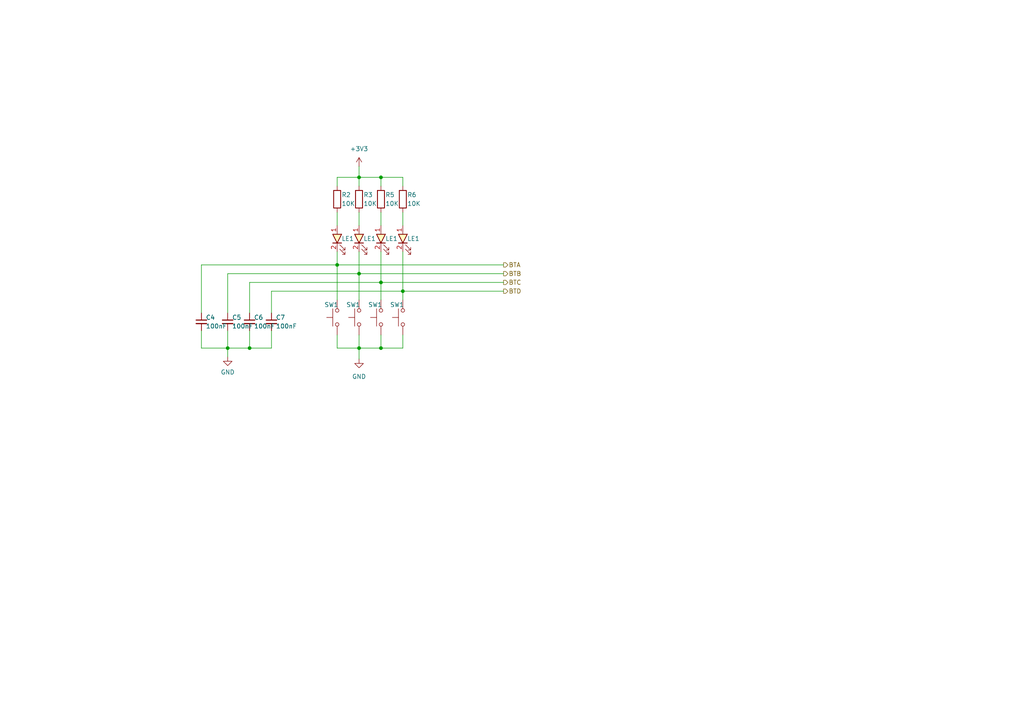
<source format=kicad_sch>
(kicad_sch (version 20230121) (generator eeschema)
  (paper "A4")
  (lib_symbols
    (symbol "Device:R" (pin_numbers hide) (pin_names (offset 0))
      (property "Reference" "R" (at 2.032 0 90))
      (property "Value" "R" (at 0 0 90))
      (symbol "R_0_1"
        (rectangle (start -1.016 -2.54) (end 1.016 2.54) (stroke (width 0.254)))
      )
      (symbol "R_1_1"
        (pin passive line (at 0 3.81 270) (length 1.27) (name "~") (number "1"))
        (pin passive line (at 0 -3.81 90) (length 1.27) (name "~") (number "2"))
      )
    )
    (symbol "IVS_SYMBOLS:C_Small" (pin_numbers hide) (pin_names (offset 0.254) hide)
      (property "Reference" "C" (at 0.254 1.778 0))
      (property "Value" "C_Small" (at 0.254 -2.032 0))
      (symbol "C_Small_0_1"
        (polyline (pts (xy -1.524 -0.508) (xy 1.524 -0.508)) (stroke (width 0.3302)))
        (polyline (pts (xy -1.524 0.508) (xy 1.524 0.508)) (stroke (width 0.3048)))
      )
      (symbol "C_Small_1_1"
        (pin passive line (at 0 2.54 270) (length 2.032) (name "~") (number "1"))
        (pin passive line (at 0 -2.54 90) (length 2.032) (name "~") (number "2"))
      )
    )
    (symbol "IVS_SYMBOLS:Led"
      (property "Reference" "LE" (at 0.508 -2.794 0))
      (property "Value" "Led" (at -0.254 2.794 0))
      (symbol "Led_0_1"
        (polyline (pts (xy 0 -1.27) (xy 0 1.27)) (stroke (width 0.254)))
        (polyline (pts (xy 2.54 -1.27) (xy 2.54 1.27) (xy 0 0) (xy 2.54 -1.27)) (stroke (width 0.254)) (fill (type background)))
        (polyline (pts (xy -1.778 -0.762) (xy -3.302 -2.286) (xy -2.54 -2.286) (xy -3.302 -2.286) (xy -3.302 -1.524)))
        (polyline (pts (xy -0.508 -0.762) (xy -2.032 -2.286) (xy -1.27 -2.286) (xy -2.032 -2.286) (xy -2.032 -1.524)))
      )
      (symbol "Led_1_1"
        (pin passive line (at 5.08 0 180) (length 2.54) (name "") (number "1"))
        (pin passive line (at -2.54 0 0) (length 2.54) (name "") (number "2"))
      )
    )
    (symbol "IVS_SYMBOLS:SW_Push" (pin_numbers hide) (pin_names (offset 1.016) hide)
      (property "Reference" "SW" (at 1.27 2.54 0))
      (property "Value" "SW_Push" (at 0 -1.524 0))
      (symbol "SW_Push_0_1"
        (circle (center -2.032 0) (radius 0.508))
        (polyline (pts (xy 0 1.27) (xy 0 3.048)))
        (polyline (pts (xy 2.54 1.27) (xy -2.54 1.27)))
        (circle (center 2.032 0) (radius 0.508))
        (pin passive line (at -5.08 0 0) (length 2.54) (name "1") (number "1"))
        (pin passive line (at 5.08 0 180) (length 2.54) (name "2") (number "2"))
      )
    )
    (symbol "power:+3V3" (power) (pin_names (offset 0))
      (property "Value" "+3V3" (at 0 3.556 0))
      (symbol "+3V3_0_1"
        (polyline (pts (xy -0.762 1.27) (xy 0 2.54)))
        (polyline (pts (xy 0 0) (xy 0 2.54)))
        (polyline (pts (xy 0 2.54) (xy 0.762 1.27)))
      )
      (symbol "+3V3_1_1"
        (pin power_in line (at 0 0 90) (length 0) hide (name "+3V3") (number "1"))
      )
    )
    (symbol "power:GND" (power) (pin_names (offset 0))
      (property "Value" "GND" (at 0 -3.81 0))
      (symbol "GND_0_1"
        (polyline (pts (xy 0 0) (xy 0 -1.27) (xy 1.27 -1.27) (xy 0 -2.54) (xy -1.27 -1.27) (xy 0 -1.27)))
      )
      (symbol "GND_1_1"
        (pin power_in line (at 0 0 270) (length 0) hide (name "GND") (number "1"))
      )
    )
  )
  (junction (at 97.79 76.835))
  (junction (at 66.04 100.965))
  (junction (at 110.49 51.435))
  (junction (at 104.14 51.435))
  (junction (at 104.14 79.375))
  (junction (at 116.84 84.455))
  (junction (at 72.39 100.965))
  (junction (at 110.49 100.965))
  (junction (at 110.49 81.915))
  (junction (at 104.14 100.965))
  (wire (pts (xy 116.84 97.155) (xy 116.84 100.965)))
  (wire (pts (xy 66.04 100.965) (xy 66.04 103.505)))
  (wire (pts (xy 110.49 100.965) (xy 116.84 100.965)))
  (wire (pts (xy 104.14 100.965) (xy 104.14 104.14)))
  (wire (pts (xy 78.74 84.455) (xy 116.84 84.455)))
  (wire (pts (xy 72.39 95.885) (xy 72.39 100.965)))
  (wire (pts (xy 58.42 76.835) (xy 58.42 90.805)))
  (wire (pts (xy 72.39 81.915) (xy 72.39 90.805)))
  (wire (pts (xy 116.84 61.595) (xy 116.84 65.405)))
  (wire (pts (xy 58.42 100.965) (xy 66.04 100.965)))
  (wire (pts (xy 97.79 61.595) (xy 97.79 65.405)))
  (wire (pts (xy 104.14 79.375) (xy 146.05 79.375)))
  (wire (pts (xy 110.49 97.155) (xy 110.49 100.965)))
  (wire (pts (xy 97.79 73.025) (xy 97.79 76.835)))
  (wire (pts (xy 104.14 100.965) (xy 110.49 100.965)))
  (wire (pts (xy 78.74 84.455) (xy 78.74 90.805)))
  (wire (pts (xy 97.79 76.835) (xy 97.79 86.995)))
  (wire (pts (xy 72.39 81.915) (xy 110.49 81.915)))
  (wire (pts (xy 66.04 95.885) (xy 66.04 100.965)))
  (wire (pts (xy 66.04 79.375) (xy 66.04 90.805)))
  (wire (pts (xy 110.49 51.435) (xy 104.14 51.435)))
  (wire (pts (xy 97.79 51.435) (xy 104.14 51.435)))
  (wire (pts (xy 104.14 51.435) (xy 104.14 53.975)))
  (wire (pts (xy 116.84 84.455) (xy 146.05 84.455)))
  (wire (pts (xy 97.79 100.965) (xy 104.14 100.965)))
  (wire (pts (xy 110.49 61.595) (xy 110.49 65.405)))
  (wire (pts (xy 104.14 97.155) (xy 104.14 100.965)))
  (wire (pts (xy 97.79 97.155) (xy 97.79 100.965)))
  (wire (pts (xy 110.49 81.915) (xy 146.05 81.915)))
  (wire (pts (xy 104.14 48.26) (xy 104.14 51.435)))
  (wire (pts (xy 104.14 61.595) (xy 104.14 65.405)))
  (wire (pts (xy 116.84 53.975) (xy 116.84 51.435)))
  (wire (pts (xy 58.42 76.835) (xy 97.79 76.835)))
  (wire (pts (xy 110.49 81.915) (xy 110.49 86.995)))
  (wire (pts (xy 97.79 76.835) (xy 146.05 76.835)))
  (wire (pts (xy 72.39 100.965) (xy 78.74 100.965)))
  (wire (pts (xy 110.49 73.025) (xy 110.49 81.915)))
  (wire (pts (xy 110.49 53.975) (xy 110.49 51.435)))
  (wire (pts (xy 116.84 51.435) (xy 110.49 51.435)))
  (wire (pts (xy 104.14 79.375) (xy 104.14 86.995)))
  (wire (pts (xy 104.14 73.025) (xy 104.14 79.375)))
  (wire (pts (xy 66.04 79.375) (xy 104.14 79.375)))
  (wire (pts (xy 116.84 73.025) (xy 116.84 84.455)))
  (wire (pts (xy 78.74 95.885) (xy 78.74 100.965)))
  (wire (pts (xy 116.84 84.455) (xy 116.84 86.995)))
  (wire (pts (xy 58.42 95.885) (xy 58.42 100.965)))
  (wire (pts (xy 97.79 53.975) (xy 97.79 51.435)))
  (wire (pts (xy 66.04 100.965) (xy 72.39 100.965)))
  (hierarchical_label "BTD" (shape output) (at 146.05 84.455 0))
  (hierarchical_label "BTB" (shape output) (at 146.05 79.375 0))
  (hierarchical_label "BTC" (shape output) (at 146.05 81.915 0))
  (hierarchical_label "BTA" (shape output) (at 146.05 76.835 0))
  (symbol (lib_id "IVS_SYMBOLS:SW_Push") (at 116.84 92.075 90) (unit 1)
    (property "Reference" "SW1" (at 113.1029 88.39 90) (effects (justify right)))
    (property "Value" "SW_Push" (effects hide))
    (property "Footprint" "SW_PUSH-12mm-Omron:12x12mm_Omron" (effects hide))
    (instances (project "Node_Vote" (path "" (reference "SW1") (unit 1)) (path "" (reference "SW4") (unit 1))))
  )
  (symbol (lib_id "IVS_SYMBOLS:C_Small") (at 78.74 93.345 0) (unit 1)
    (property "Reference" "C7" (at 80.01 92.075 0) (effects (justify left)))
    (property "Value" "100nF" (at 80.01 94.615 0) (effects (justify left)))
    (property "Footprint" "IVS_FOOTPRINTS:C_0603" (effects hide))
  )
  (symbol (lib_id "IVS_SYMBOLS:Led") (at 110.49 70.485 90) (unit 1)
    (property "Reference" "LE1" (at 111.76 69.215 90) (effects (justify right)))
    (property "Value" "GREEN" (effects hide))
    (property "Footprint" "IVS_FOOTPRINTS:LED_D3.0mm_Red" (effects hide))
    (instances (project "Node_Vote" (path "" (reference "LE1") (unit 1)) (path "" (reference "LE3") (unit 1))))
  )
  (symbol (lib_id "IVS_SYMBOLS:C_Small") (at 72.39 93.345 0) (unit 1)
    (property "Reference" "C6" (at 73.66 92.075 0) (effects (justify left)))
    (property "Value" "100nF" (at 73.66 94.615 0) (effects (justify left)))
    (property "Footprint" "IVS_FOOTPRINTS:C_0603" (effects hide))
  )
  (symbol (lib_id "IVS_SYMBOLS:Led") (at 104.14 70.485 90) (unit 1)
    (property "Reference" "LE1" (at 105.41 69.215 90) (effects (justify right)))
    (property "Value" "GREEN" (effects hide))
    (property "Footprint" "IVS_FOOTPRINTS:LED_D3.0mm_Red" (effects hide))
    (instances (project "Node_Vote" (path "" (reference "LE1") (unit 1)) (path "" (reference "LE2") (unit 1))))
  )
  (symbol (lib_id "IVS_SYMBOLS:C_Small") (at 58.42 93.345 0) (unit 1)
    (property "Reference" "C4" (at 59.69 92.075 0) (effects (justify left)))
    (property "Value" "100nF" (at 59.69 94.615 0) (effects (justify left)))
    (property "Footprint" "IVS_FOOTPRINTS:C_0603" (effects hide))
  )
  (symbol (lib_id "Device:R") (at 110.49 57.785 0) (unit 1)
    (property "Reference" "R5" (at 111.76 56.515 0) (effects (justify left)))
    (property "Value" "10K" (at 111.76 59.055 0) (effects (justify left)))
    (property "Footprint" "IVS_FOOTPRINTS:R_0603" (effects hide))
  )
  (symbol (lib_id "IVS_SYMBOLS:SW_Push") (at 104.14 92.075 90) (unit 1)
    (property "Reference" "SW1" (at 100.4029 88.39 90) (effects (justify right)))
    (property "Value" "SW_Push" (effects hide))
    (property "Footprint" "SW_PUSH-12mm-Omron:12x12mm_Omron" (effects hide))
    (instances (project "Node_Vote" (path "" (reference "SW1") (unit 1)) (path "" (reference "SW2") (unit 1))))
  )
  (symbol (lib_id "IVS_SYMBOLS:C_Small") (at 66.04 93.345 0) (unit 1)
    (property "Reference" "C5" (at 67.31 92.075 0) (effects (justify left)))
    (property "Value" "100nF" (at 67.31 94.615 0) (effects (justify left)))
    (property "Footprint" "IVS_FOOTPRINTS:C_0603" (effects hide))
  )
  (symbol (lib_id "Device:R") (at 97.79 57.785 0) (unit 1)
    (property "Reference" "R2" (at 99.06 56.515 0) (effects (justify left)))
    (property "Value" "10K" (at 99.06 59.055 0) (effects (justify left)))
    (property "Footprint" "IVS_FOOTPRINTS:R_0603" (effects hide))
  )
  (symbol (lib_id "power:+3V3") (at 104.14 48.26 0) (unit 1)
    (property "Reference" "#PWR015" (effects hide))
    (property "Value" "+3V3" (at 104.14 43.18 0))
  )
  (symbol (lib_id "IVS_SYMBOLS:SW_Push") (at 110.49 92.075 90) (unit 1)
    (property "Reference" "SW1" (at 106.7529 88.39 90) (effects (justify right)))
    (property "Value" "SW_Push" (effects hide))
    (property "Footprint" "SW_PUSH-12mm-Omron:12x12mm_Omron" (effects hide))
    (instances (project "Node_Vote" (path "" (reference "SW1") (unit 1)) (path "" (reference "SW3") (unit 1))))
  )
  (symbol (lib_id "Device:R") (at 116.84 57.785 0) (unit 1)
    (property "Reference" "R6" (at 118.11 56.515 0) (effects (justify left)))
    (property "Value" "10K" (at 118.11 59.055 0) (effects (justify left)))
    (property "Footprint" "IVS_FOOTPRINTS:R_0603" (effects hide))
  )
  (symbol (lib_id "IVS_SYMBOLS:Led") (at 97.79 70.485 90) (unit 1)
    (property "Reference" "LE1" (at 99.06 69.215 90) (effects (justify right)))
    (property "Value" "GREEN" (effects hide))
    (property "Footprint" "IVS_FOOTPRINTS:LED_D3.0mm_Red" (effects hide))
  )
  (symbol (lib_id "power:GND") (at 104.14 104.14 0) (unit 1)
    (property "Reference" "#PWR014" (effects hide))
    (property "Value" "GND" (at 104.14 109.22 0))
  )
  (symbol (lib_id "IVS_SYMBOLS:SW_Push") (at 97.79 92.075 90) (unit 1)
    (property "Reference" "SW1" (at 94.0529 88.39 90) (effects (justify right)))
    (property "Value" "SW_Push" (effects hide))
    (property "Footprint" "SW_PUSH-12mm-Omron:12x12mm_Omron" (effects hide))
  )
  (symbol (lib_id "IVS_SYMBOLS:Led") (at 116.84 70.485 90) (unit 1)
    (property "Reference" "LE1" (at 118.11 69.215 90) (effects (justify right)))
    (property "Value" "GREEN" (effects hide))
    (property "Footprint" "IVS_FOOTPRINTS:LED_D3.0mm_Red" (effects hide))
    (instances (project "Node_Vote" (path "" (reference "LE1") (unit 1)) (path "" (reference "LE4") (unit 1))))
  )
  (symbol (lib_id "Device:R") (at 104.14 57.785 0) (unit 1)
    (property "Reference" "R3" (at 105.41 56.515 0) (effects (justify left)))
    (property "Value" "10K" (at 105.41 59.055 0) (effects (justify left)))
    (property "Footprint" "IVS_FOOTPRINTS:R_0603" (effects hide))
  )
  (symbol (lib_id "power:GND") (at 66.04 103.505 0) (unit 1)
    (property "Reference" "#PWR013" (effects hide))
    (property "Value" "GND" (at 66.04 107.95 0))
  )
)
</source>
